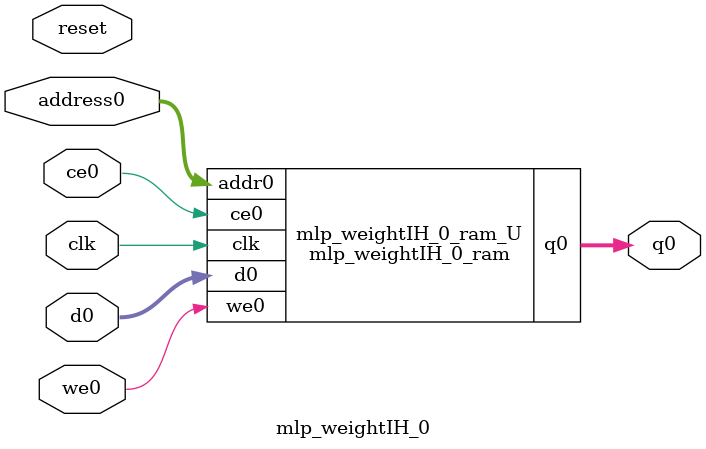
<source format=v>

`timescale 1 ns / 1 ps
module mlp_weightIH_0_ram (addr0, ce0, d0, we0, q0,  clk);

parameter DWIDTH = 32;
parameter AWIDTH = 4;
parameter MEM_SIZE = 11;

input[AWIDTH-1:0] addr0;
input ce0;
input[DWIDTH-1:0] d0;
input we0;
output reg[DWIDTH-1:0] q0;
input clk;

(* ram_style = "distributed" *)reg [DWIDTH-1:0] ram[0:MEM_SIZE-1];




always @(posedge clk)  
begin 
    if (ce0) 
    begin
        if (we0) 
        begin 
            ram[addr0] <= d0; 
            q0 <= d0;
        end 
        else 
            q0 <= ram[addr0];
    end
end


endmodule


`timescale 1 ns / 1 ps
module mlp_weightIH_0(
    reset,
    clk,
    address0,
    ce0,
    we0,
    d0,
    q0);

parameter DataWidth = 32'd32;
parameter AddressRange = 32'd11;
parameter AddressWidth = 32'd4;
input reset;
input clk;
input[AddressWidth - 1:0] address0;
input ce0;
input we0;
input[DataWidth - 1:0] d0;
output[DataWidth - 1:0] q0;



mlp_weightIH_0_ram mlp_weightIH_0_ram_U(
    .clk( clk ),
    .addr0( address0 ),
    .ce0( ce0 ),
    .d0( d0 ),
    .we0( we0 ),
    .q0( q0 ));

endmodule


</source>
